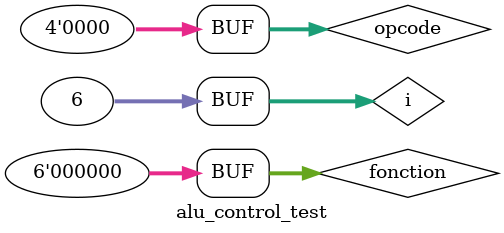
<source format=v>
`timescale 1ns / 1ps
module alu_control_test();

reg [3:0]opcode;
reg [5:0]fonction;

wire[3:0]output_from_alu_control;

integer i;
initial begin
	for(i=0; i<=5; i=i+1)
	begin
		//op_from_control[i] <= 0;
		fonction[i] <= 0;
	end
	
	opcode[0] <= 0;
	opcode[1] <= 0;
	opcode[2] <= 0;
	opcode[3] <= 0;
end

alu_control alu_ctrl(
.Op_from_control(opcode), 
.fonction(fonction), 
.ctrl_command(output_from_alu_control) 
);

endmodule

</source>
